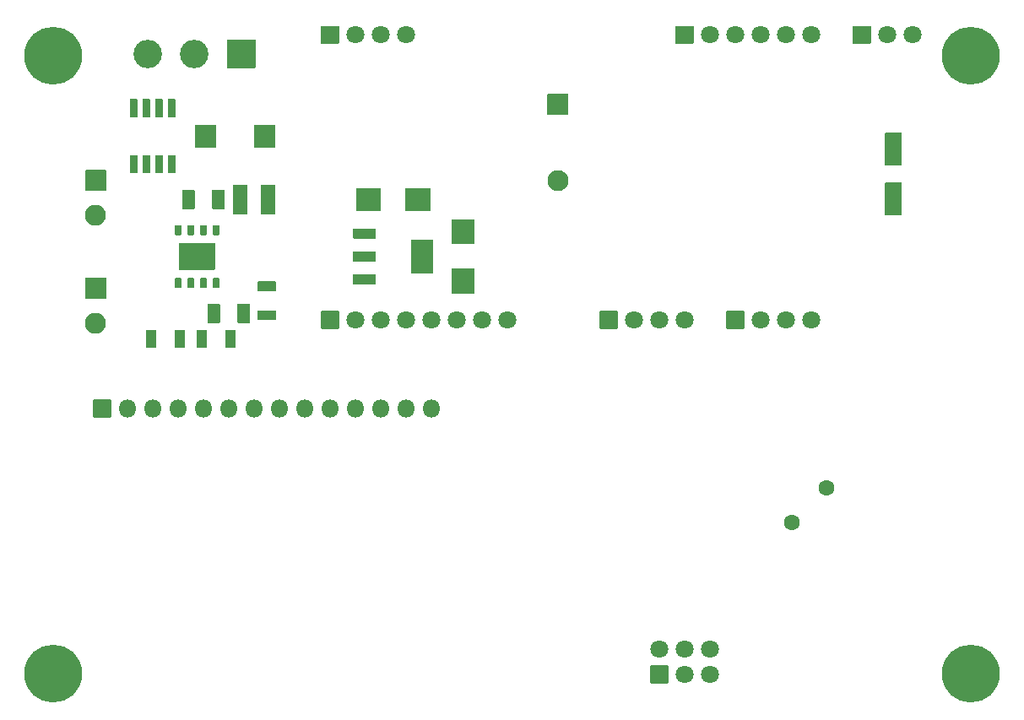
<source format=gbs>
G04 #@! TF.GenerationSoftware,KiCad,Pcbnew,(5.1.10)-1*
G04 #@! TF.CreationDate,2021-07-15T20:03:02+02:00*
G04 #@! TF.ProjectId,wobbly,776f6262-6c79-42e6-9b69-6361645f7063,v1.0*
G04 #@! TF.SameCoordinates,Original*
G04 #@! TF.FileFunction,Soldermask,Bot*
G04 #@! TF.FilePolarity,Negative*
%FSLAX46Y46*%
G04 Gerber Fmt 4.6, Leading zero omitted, Abs format (unit mm)*
G04 Created by KiCad (PCBNEW (5.1.10)-1) date 2021-07-15 20:03:02*
%MOMM*%
%LPD*%
G01*
G04 APERTURE LIST*
%ADD10O,1.801600X1.801600*%
%ADD11C,5.801600*%
%ADD12C,2.101600*%
%ADD13C,1.601600*%
%ADD14O,2.851600X2.851600*%
%ADD15C,1.801600*%
%ADD16O,2.101600X2.101600*%
G04 APERTURE END LIST*
G04 #@! TO.C,U2*
G36*
G01*
X67475000Y-51205800D02*
X65325000Y-51205800D01*
G75*
G02*
X65274200Y-51155000I0J50800D01*
G01*
X65274200Y-47905000D01*
G75*
G02*
X65325000Y-47854200I50800J0D01*
G01*
X67475000Y-47854200D01*
G75*
G02*
X67525800Y-47905000I0J-50800D01*
G01*
X67525800Y-51155000D01*
G75*
G02*
X67475000Y-51205800I-50800J0D01*
G01*
G37*
G36*
G01*
X61675000Y-47755800D02*
X59525000Y-47755800D01*
G75*
G02*
X59474200Y-47705000I0J50800D01*
G01*
X59474200Y-46755000D01*
G75*
G02*
X59525000Y-46704200I50800J0D01*
G01*
X61675000Y-46704200D01*
G75*
G02*
X61725800Y-46755000I0J-50800D01*
G01*
X61725800Y-47705000D01*
G75*
G02*
X61675000Y-47755800I-50800J0D01*
G01*
G37*
G36*
G01*
X61675000Y-50055800D02*
X59525000Y-50055800D01*
G75*
G02*
X59474200Y-50005000I0J50800D01*
G01*
X59474200Y-49055000D01*
G75*
G02*
X59525000Y-49004200I50800J0D01*
G01*
X61675000Y-49004200D01*
G75*
G02*
X61725800Y-49055000I0J-50800D01*
G01*
X61725800Y-50005000D01*
G75*
G02*
X61675000Y-50055800I-50800J0D01*
G01*
G37*
G36*
G01*
X61675000Y-52355800D02*
X59525000Y-52355800D01*
G75*
G02*
X59474200Y-52305000I0J50800D01*
G01*
X59474200Y-51355000D01*
G75*
G02*
X59525000Y-51304200I50800J0D01*
G01*
X61675000Y-51304200D01*
G75*
G02*
X61725800Y-51355000I0J-50800D01*
G01*
X61725800Y-52305000D01*
G75*
G02*
X61675000Y-52355800I-50800J0D01*
G01*
G37*
G04 #@! TD*
D10*
G04 #@! TO.C,J10*
X67310000Y-64770000D03*
X64770000Y-64770000D03*
X62230000Y-64770000D03*
X59690000Y-64770000D03*
X57150000Y-64770000D03*
X54610000Y-64770000D03*
X52070000Y-64770000D03*
X49530000Y-64770000D03*
X46990000Y-64770000D03*
X44450000Y-64770000D03*
X41910000Y-64770000D03*
X39370000Y-64770000D03*
X36830000Y-64770000D03*
G36*
G01*
X35140000Y-65670800D02*
X33440000Y-65670800D01*
G75*
G02*
X33389200Y-65620000I0J50800D01*
G01*
X33389200Y-63920000D01*
G75*
G02*
X33440000Y-63869200I50800J0D01*
G01*
X35140000Y-63869200D01*
G75*
G02*
X35190800Y-63920000I0J-50800D01*
G01*
X35190800Y-65620000D01*
G75*
G02*
X35140000Y-65670800I-50800J0D01*
G01*
G37*
G04 #@! TD*
D11*
G04 #@! TO.C,H4*
X29400000Y-91400000D03*
G04 #@! TD*
G04 #@! TO.C,H3*
X121400000Y-91400000D03*
G04 #@! TD*
G04 #@! TO.C,H2*
X121400000Y-29400000D03*
G04 #@! TD*
G04 #@! TO.C,H1*
X29400000Y-29400000D03*
G04 #@! TD*
G04 #@! TO.C,Q1*
G36*
G01*
X41600000Y-35590800D02*
X40950000Y-35590800D01*
G75*
G02*
X40899200Y-35540000I0J50800D01*
G01*
X40899200Y-33790000D01*
G75*
G02*
X40950000Y-33739200I50800J0D01*
G01*
X41600000Y-33739200D01*
G75*
G02*
X41650800Y-33790000I0J-50800D01*
G01*
X41650800Y-35540000D01*
G75*
G02*
X41600000Y-35590800I-50800J0D01*
G01*
G37*
G36*
G01*
X40330000Y-35590800D02*
X39680000Y-35590800D01*
G75*
G02*
X39629200Y-35540000I0J50800D01*
G01*
X39629200Y-33790000D01*
G75*
G02*
X39680000Y-33739200I50800J0D01*
G01*
X40330000Y-33739200D01*
G75*
G02*
X40380800Y-33790000I0J-50800D01*
G01*
X40380800Y-35540000D01*
G75*
G02*
X40330000Y-35590800I-50800J0D01*
G01*
G37*
G36*
G01*
X39060000Y-35590800D02*
X38410000Y-35590800D01*
G75*
G02*
X38359200Y-35540000I0J50800D01*
G01*
X38359200Y-33790000D01*
G75*
G02*
X38410000Y-33739200I50800J0D01*
G01*
X39060000Y-33739200D01*
G75*
G02*
X39110800Y-33790000I0J-50800D01*
G01*
X39110800Y-35540000D01*
G75*
G02*
X39060000Y-35590800I-50800J0D01*
G01*
G37*
G36*
G01*
X37790000Y-35590800D02*
X37140000Y-35590800D01*
G75*
G02*
X37089200Y-35540000I0J50800D01*
G01*
X37089200Y-33790000D01*
G75*
G02*
X37140000Y-33739200I50800J0D01*
G01*
X37790000Y-33739200D01*
G75*
G02*
X37840800Y-33790000I0J-50800D01*
G01*
X37840800Y-35540000D01*
G75*
G02*
X37790000Y-35590800I-50800J0D01*
G01*
G37*
G36*
G01*
X37790000Y-41190800D02*
X37140000Y-41190800D01*
G75*
G02*
X37089200Y-41140000I0J50800D01*
G01*
X37089200Y-39390000D01*
G75*
G02*
X37140000Y-39339200I50800J0D01*
G01*
X37790000Y-39339200D01*
G75*
G02*
X37840800Y-39390000I0J-50800D01*
G01*
X37840800Y-41140000D01*
G75*
G02*
X37790000Y-41190800I-50800J0D01*
G01*
G37*
G36*
G01*
X39060000Y-41190800D02*
X38410000Y-41190800D01*
G75*
G02*
X38359200Y-41140000I0J50800D01*
G01*
X38359200Y-39390000D01*
G75*
G02*
X38410000Y-39339200I50800J0D01*
G01*
X39060000Y-39339200D01*
G75*
G02*
X39110800Y-39390000I0J-50800D01*
G01*
X39110800Y-41140000D01*
G75*
G02*
X39060000Y-41190800I-50800J0D01*
G01*
G37*
G36*
G01*
X40330000Y-41190800D02*
X39680000Y-41190800D01*
G75*
G02*
X39629200Y-41140000I0J50800D01*
G01*
X39629200Y-39390000D01*
G75*
G02*
X39680000Y-39339200I50800J0D01*
G01*
X40330000Y-39339200D01*
G75*
G02*
X40380800Y-39390000I0J-50800D01*
G01*
X40380800Y-41140000D01*
G75*
G02*
X40330000Y-41190800I-50800J0D01*
G01*
G37*
G36*
G01*
X41600000Y-41190800D02*
X40950000Y-41190800D01*
G75*
G02*
X40899200Y-41140000I0J50800D01*
G01*
X40899200Y-39390000D01*
G75*
G02*
X40950000Y-39339200I50800J0D01*
G01*
X41600000Y-39339200D01*
G75*
G02*
X41650800Y-39390000I0J-50800D01*
G01*
X41650800Y-41140000D01*
G75*
G02*
X41600000Y-41190800I-50800J0D01*
G01*
G37*
G04 #@! TD*
D12*
G04 #@! TO.C,BZ1*
X80010000Y-41890000D03*
G36*
G01*
X79010000Y-33239200D02*
X81010000Y-33239200D01*
G75*
G02*
X81060800Y-33290000I0J-50800D01*
G01*
X81060800Y-35290000D01*
G75*
G02*
X81010000Y-35340800I-50800J0D01*
G01*
X79010000Y-35340800D01*
G75*
G02*
X78959200Y-35290000I0J50800D01*
G01*
X78959200Y-33290000D01*
G75*
G02*
X79010000Y-33239200I50800J0D01*
G01*
G37*
G04 #@! TD*
D13*
G04 #@! TO.C,Y1*
X106955681Y-72749319D03*
X103505000Y-76200000D03*
G04 #@! TD*
G04 #@! TO.C,U1*
G36*
G01*
X45565000Y-50880800D02*
X42065000Y-50880800D01*
G75*
G02*
X42014200Y-50830000I0J50800D01*
G01*
X42014200Y-48230000D01*
G75*
G02*
X42065000Y-48179200I50800J0D01*
G01*
X45565000Y-48179200D01*
G75*
G02*
X45615800Y-48230000I0J-50800D01*
G01*
X45615800Y-50830000D01*
G75*
G02*
X45565000Y-50880800I-50800J0D01*
G01*
G37*
G36*
G01*
X45975000Y-47380800D02*
X45465000Y-47380800D01*
G75*
G02*
X45414200Y-47330000I0J50800D01*
G01*
X45414200Y-46430000D01*
G75*
G02*
X45465000Y-46379200I50800J0D01*
G01*
X45975000Y-46379200D01*
G75*
G02*
X46025800Y-46430000I0J-50800D01*
G01*
X46025800Y-47330000D01*
G75*
G02*
X45975000Y-47380800I-50800J0D01*
G01*
G37*
G36*
G01*
X44705000Y-47380800D02*
X44195000Y-47380800D01*
G75*
G02*
X44144200Y-47330000I0J50800D01*
G01*
X44144200Y-46430000D01*
G75*
G02*
X44195000Y-46379200I50800J0D01*
G01*
X44705000Y-46379200D01*
G75*
G02*
X44755800Y-46430000I0J-50800D01*
G01*
X44755800Y-47330000D01*
G75*
G02*
X44705000Y-47380800I-50800J0D01*
G01*
G37*
G36*
G01*
X43435000Y-47380800D02*
X42925000Y-47380800D01*
G75*
G02*
X42874200Y-47330000I0J50800D01*
G01*
X42874200Y-46430000D01*
G75*
G02*
X42925000Y-46379200I50800J0D01*
G01*
X43435000Y-46379200D01*
G75*
G02*
X43485800Y-46430000I0J-50800D01*
G01*
X43485800Y-47330000D01*
G75*
G02*
X43435000Y-47380800I-50800J0D01*
G01*
G37*
G36*
G01*
X42165000Y-47380800D02*
X41655000Y-47380800D01*
G75*
G02*
X41604200Y-47330000I0J50800D01*
G01*
X41604200Y-46430000D01*
G75*
G02*
X41655000Y-46379200I50800J0D01*
G01*
X42165000Y-46379200D01*
G75*
G02*
X42215800Y-46430000I0J-50800D01*
G01*
X42215800Y-47330000D01*
G75*
G02*
X42165000Y-47380800I-50800J0D01*
G01*
G37*
G36*
G01*
X42165000Y-52680800D02*
X41655000Y-52680800D01*
G75*
G02*
X41604200Y-52630000I0J50800D01*
G01*
X41604200Y-51730000D01*
G75*
G02*
X41655000Y-51679200I50800J0D01*
G01*
X42165000Y-51679200D01*
G75*
G02*
X42215800Y-51730000I0J-50800D01*
G01*
X42215800Y-52630000D01*
G75*
G02*
X42165000Y-52680800I-50800J0D01*
G01*
G37*
G36*
G01*
X43435000Y-52680800D02*
X42925000Y-52680800D01*
G75*
G02*
X42874200Y-52630000I0J50800D01*
G01*
X42874200Y-51730000D01*
G75*
G02*
X42925000Y-51679200I50800J0D01*
G01*
X43435000Y-51679200D01*
G75*
G02*
X43485800Y-51730000I0J-50800D01*
G01*
X43485800Y-52630000D01*
G75*
G02*
X43435000Y-52680800I-50800J0D01*
G01*
G37*
G36*
G01*
X44705000Y-52680800D02*
X44195000Y-52680800D01*
G75*
G02*
X44144200Y-52630000I0J50800D01*
G01*
X44144200Y-51730000D01*
G75*
G02*
X44195000Y-51679200I50800J0D01*
G01*
X44705000Y-51679200D01*
G75*
G02*
X44755800Y-51730000I0J-50800D01*
G01*
X44755800Y-52630000D01*
G75*
G02*
X44705000Y-52680800I-50800J0D01*
G01*
G37*
G36*
G01*
X45975000Y-52680800D02*
X45465000Y-52680800D01*
G75*
G02*
X45414200Y-52630000I0J50800D01*
G01*
X45414200Y-51730000D01*
G75*
G02*
X45465000Y-51679200I50800J0D01*
G01*
X45975000Y-51679200D01*
G75*
G02*
X46025800Y-51730000I0J-50800D01*
G01*
X46025800Y-52630000D01*
G75*
G02*
X45975000Y-52680800I-50800J0D01*
G01*
G37*
G04 #@! TD*
D14*
G04 #@! TO.C,SW1*
X38860000Y-29210000D03*
X43560000Y-29210000D03*
G36*
G01*
X49635000Y-30635800D02*
X46885000Y-30635800D01*
G75*
G02*
X46834200Y-30585000I0J50800D01*
G01*
X46834200Y-27835000D01*
G75*
G02*
X46885000Y-27784200I50800J0D01*
G01*
X49635000Y-27784200D01*
G75*
G02*
X49685800Y-27835000I0J-50800D01*
G01*
X49685800Y-30585000D01*
G75*
G02*
X49635000Y-30635800I-50800J0D01*
G01*
G37*
G04 #@! TD*
G04 #@! TO.C,R5*
G36*
G01*
X39690800Y-56935000D02*
X39690800Y-58635000D01*
G75*
G02*
X39640000Y-58685800I-50800J0D01*
G01*
X38740000Y-58685800D01*
G75*
G02*
X38689200Y-58635000I0J50800D01*
G01*
X38689200Y-56935000D01*
G75*
G02*
X38740000Y-56884200I50800J0D01*
G01*
X39640000Y-56884200D01*
G75*
G02*
X39690800Y-56935000I0J-50800D01*
G01*
G37*
G36*
G01*
X42590800Y-56935000D02*
X42590800Y-58635000D01*
G75*
G02*
X42540000Y-58685800I-50800J0D01*
G01*
X41640000Y-58685800D01*
G75*
G02*
X41589200Y-58635000I0J50800D01*
G01*
X41589200Y-56935000D01*
G75*
G02*
X41640000Y-56884200I50800J0D01*
G01*
X42540000Y-56884200D01*
G75*
G02*
X42590800Y-56935000I0J-50800D01*
G01*
G37*
G04 #@! TD*
G04 #@! TO.C,R4*
G36*
G01*
X44770800Y-56935000D02*
X44770800Y-58635000D01*
G75*
G02*
X44720000Y-58685800I-50800J0D01*
G01*
X43820000Y-58685800D01*
G75*
G02*
X43769200Y-58635000I0J50800D01*
G01*
X43769200Y-56935000D01*
G75*
G02*
X43820000Y-56884200I50800J0D01*
G01*
X44720000Y-56884200D01*
G75*
G02*
X44770800Y-56935000I0J-50800D01*
G01*
G37*
G36*
G01*
X47670800Y-56935000D02*
X47670800Y-58635000D01*
G75*
G02*
X47620000Y-58685800I-50800J0D01*
G01*
X46720000Y-58685800D01*
G75*
G02*
X46669200Y-58635000I0J50800D01*
G01*
X46669200Y-56935000D01*
G75*
G02*
X46720000Y-56884200I50800J0D01*
G01*
X47620000Y-56884200D01*
G75*
G02*
X47670800Y-56935000I0J-50800D01*
G01*
G37*
G04 #@! TD*
G04 #@! TO.C,R3*
G36*
G01*
X49950000Y-52024200D02*
X51650000Y-52024200D01*
G75*
G02*
X51700800Y-52075000I0J-50800D01*
G01*
X51700800Y-52975000D01*
G75*
G02*
X51650000Y-53025800I-50800J0D01*
G01*
X49950000Y-53025800D01*
G75*
G02*
X49899200Y-52975000I0J50800D01*
G01*
X49899200Y-52075000D01*
G75*
G02*
X49950000Y-52024200I50800J0D01*
G01*
G37*
G36*
G01*
X49950000Y-54924200D02*
X51650000Y-54924200D01*
G75*
G02*
X51700800Y-54975000I0J-50800D01*
G01*
X51700800Y-55875000D01*
G75*
G02*
X51650000Y-55925800I-50800J0D01*
G01*
X49950000Y-55925800D01*
G75*
G02*
X49899200Y-55875000I0J50800D01*
G01*
X49899200Y-54975000D01*
G75*
G02*
X49950000Y-54924200I50800J0D01*
G01*
G37*
G04 #@! TD*
G04 #@! TO.C,L1*
G36*
G01*
X49524200Y-38565000D02*
X49524200Y-36365000D01*
G75*
G02*
X49575000Y-36314200I50800J0D01*
G01*
X51575000Y-36314200D01*
G75*
G02*
X51625800Y-36365000I0J-50800D01*
G01*
X51625800Y-38565000D01*
G75*
G02*
X51575000Y-38615800I-50800J0D01*
G01*
X49575000Y-38615800D01*
G75*
G02*
X49524200Y-38565000I0J50800D01*
G01*
G37*
G36*
G01*
X43624200Y-38565000D02*
X43624200Y-36365000D01*
G75*
G02*
X43675000Y-36314200I50800J0D01*
G01*
X45675000Y-36314200D01*
G75*
G02*
X45725800Y-36365000I0J-50800D01*
G01*
X45725800Y-38565000D01*
G75*
G02*
X45675000Y-38615800I-50800J0D01*
G01*
X43675000Y-38615800D01*
G75*
G02*
X43624200Y-38565000I0J50800D01*
G01*
G37*
G04 #@! TD*
D15*
G04 #@! TO.C,J9*
X105410000Y-55880000D03*
X102870000Y-55880000D03*
X100330000Y-55880000D03*
G36*
G01*
X96940000Y-54979200D02*
X98640000Y-54979200D01*
G75*
G02*
X98690800Y-55030000I0J-50800D01*
G01*
X98690800Y-56730000D01*
G75*
G02*
X98640000Y-56780800I-50800J0D01*
G01*
X96940000Y-56780800D01*
G75*
G02*
X96889200Y-56730000I0J50800D01*
G01*
X96889200Y-55030000D01*
G75*
G02*
X96940000Y-54979200I50800J0D01*
G01*
G37*
G04 #@! TD*
G04 #@! TO.C,J8*
X92710000Y-55880000D03*
X90170000Y-55880000D03*
X87630000Y-55880000D03*
G36*
G01*
X84240000Y-54979200D02*
X85940000Y-54979200D01*
G75*
G02*
X85990800Y-55030000I0J-50800D01*
G01*
X85990800Y-56730000D01*
G75*
G02*
X85940000Y-56780800I-50800J0D01*
G01*
X84240000Y-56780800D01*
G75*
G02*
X84189200Y-56730000I0J50800D01*
G01*
X84189200Y-55030000D01*
G75*
G02*
X84240000Y-54979200I50800J0D01*
G01*
G37*
G04 #@! TD*
G04 #@! TO.C,J7*
X74930000Y-55880000D03*
X72390000Y-55880000D03*
X69850000Y-55880000D03*
X67310000Y-55880000D03*
X64770000Y-55880000D03*
X62230000Y-55880000D03*
X59690000Y-55880000D03*
G36*
G01*
X56300000Y-54979200D02*
X58000000Y-54979200D01*
G75*
G02*
X58050800Y-55030000I0J-50800D01*
G01*
X58050800Y-56730000D01*
G75*
G02*
X58000000Y-56780800I-50800J0D01*
G01*
X56300000Y-56780800D01*
G75*
G02*
X56249200Y-56730000I0J50800D01*
G01*
X56249200Y-55030000D01*
G75*
G02*
X56300000Y-54979200I50800J0D01*
G01*
G37*
G04 #@! TD*
G04 #@! TO.C,J6*
X64770000Y-27305000D03*
X62230000Y-27305000D03*
X59690000Y-27305000D03*
G36*
G01*
X56300000Y-26404200D02*
X58000000Y-26404200D01*
G75*
G02*
X58050800Y-26455000I0J-50800D01*
G01*
X58050800Y-28155000D01*
G75*
G02*
X58000000Y-28205800I-50800J0D01*
G01*
X56300000Y-28205800D01*
G75*
G02*
X56249200Y-28155000I0J50800D01*
G01*
X56249200Y-26455000D01*
G75*
G02*
X56300000Y-26404200I50800J0D01*
G01*
G37*
G04 #@! TD*
G04 #@! TO.C,J5*
X115570000Y-27305000D03*
X113030000Y-27305000D03*
G36*
G01*
X109640000Y-26404200D02*
X111340000Y-26404200D01*
G75*
G02*
X111390800Y-26455000I0J-50800D01*
G01*
X111390800Y-28155000D01*
G75*
G02*
X111340000Y-28205800I-50800J0D01*
G01*
X109640000Y-28205800D01*
G75*
G02*
X109589200Y-28155000I0J50800D01*
G01*
X109589200Y-26455000D01*
G75*
G02*
X109640000Y-26404200I50800J0D01*
G01*
G37*
G04 #@! TD*
G04 #@! TO.C,J4*
X105410000Y-27305000D03*
X102870000Y-27305000D03*
X100330000Y-27305000D03*
X97790000Y-27305000D03*
X95250000Y-27305000D03*
G36*
G01*
X91860000Y-26404200D02*
X93560000Y-26404200D01*
G75*
G02*
X93610800Y-26455000I0J-50800D01*
G01*
X93610800Y-28155000D01*
G75*
G02*
X93560000Y-28205800I-50800J0D01*
G01*
X91860000Y-28205800D01*
G75*
G02*
X91809200Y-28155000I0J50800D01*
G01*
X91809200Y-26455000D01*
G75*
G02*
X91860000Y-26404200I50800J0D01*
G01*
G37*
G04 #@! TD*
G04 #@! TO.C,J3*
X95250000Y-88900000D03*
X95250000Y-91440000D03*
X92710000Y-88900000D03*
X92710000Y-91440000D03*
X90170000Y-88900000D03*
G36*
G01*
X91020000Y-92340800D02*
X89320000Y-92340800D01*
G75*
G02*
X89269200Y-92290000I0J50800D01*
G01*
X89269200Y-90590000D01*
G75*
G02*
X89320000Y-90539200I50800J0D01*
G01*
X91020000Y-90539200D01*
G75*
G02*
X91070800Y-90590000I0J-50800D01*
G01*
X91070800Y-92290000D01*
G75*
G02*
X91020000Y-92340800I-50800J0D01*
G01*
G37*
G04 #@! TD*
D16*
G04 #@! TO.C,J2*
X33655000Y-56205000D03*
G36*
G01*
X32655000Y-51654200D02*
X34655000Y-51654200D01*
G75*
G02*
X34705800Y-51705000I0J-50800D01*
G01*
X34705800Y-53705000D01*
G75*
G02*
X34655000Y-53755800I-50800J0D01*
G01*
X32655000Y-53755800D01*
G75*
G02*
X32604200Y-53705000I0J50800D01*
G01*
X32604200Y-51705000D01*
G75*
G02*
X32655000Y-51654200I50800J0D01*
G01*
G37*
G04 #@! TD*
G04 #@! TO.C,J1*
X33655000Y-45410000D03*
G36*
G01*
X32655000Y-40859200D02*
X34655000Y-40859200D01*
G75*
G02*
X34705800Y-40910000I0J-50800D01*
G01*
X34705800Y-42910000D01*
G75*
G02*
X34655000Y-42960800I-50800J0D01*
G01*
X32655000Y-42960800D01*
G75*
G02*
X32604200Y-42910000I0J50800D01*
G01*
X32604200Y-40910000D01*
G75*
G02*
X32655000Y-40859200I50800J0D01*
G01*
G37*
G04 #@! TD*
G04 #@! TO.C,C14*
G36*
G01*
X114465000Y-40425800D02*
X112865000Y-40425800D01*
G75*
G02*
X112814200Y-40375000I0J50800D01*
G01*
X112814200Y-37175000D01*
G75*
G02*
X112865000Y-37124200I50800J0D01*
G01*
X114465000Y-37124200D01*
G75*
G02*
X114515800Y-37175000I0J-50800D01*
G01*
X114515800Y-40375000D01*
G75*
G02*
X114465000Y-40425800I-50800J0D01*
G01*
G37*
G36*
G01*
X114465000Y-45425800D02*
X112865000Y-45425800D01*
G75*
G02*
X112814200Y-45375000I0J50800D01*
G01*
X112814200Y-42175000D01*
G75*
G02*
X112865000Y-42124200I50800J0D01*
G01*
X114465000Y-42124200D01*
G75*
G02*
X114515800Y-42175000I0J-50800D01*
G01*
X114515800Y-45375000D01*
G75*
G02*
X114465000Y-45425800I-50800J0D01*
G01*
G37*
G04 #@! TD*
G04 #@! TO.C,C5*
G36*
G01*
X69370000Y-50764200D02*
X71600000Y-50764200D01*
G75*
G02*
X71650800Y-50815000I0J-50800D01*
G01*
X71650800Y-53185000D01*
G75*
G02*
X71600000Y-53235800I-50800J0D01*
G01*
X69370000Y-53235800D01*
G75*
G02*
X69319200Y-53185000I0J50800D01*
G01*
X69319200Y-50815000D01*
G75*
G02*
X69370000Y-50764200I50800J0D01*
G01*
G37*
G36*
G01*
X69370000Y-45824200D02*
X71600000Y-45824200D01*
G75*
G02*
X71650800Y-45875000I0J-50800D01*
G01*
X71650800Y-48245000D01*
G75*
G02*
X71600000Y-48295800I-50800J0D01*
G01*
X69370000Y-48295800D01*
G75*
G02*
X69319200Y-48245000I0J50800D01*
G01*
X69319200Y-45875000D01*
G75*
G02*
X69370000Y-45824200I50800J0D01*
G01*
G37*
G04 #@! TD*
G04 #@! TO.C,C4*
G36*
G01*
X64734200Y-44930000D02*
X64734200Y-42700000D01*
G75*
G02*
X64785000Y-42649200I50800J0D01*
G01*
X67155000Y-42649200D01*
G75*
G02*
X67205800Y-42700000I0J-50800D01*
G01*
X67205800Y-44930000D01*
G75*
G02*
X67155000Y-44980800I-50800J0D01*
G01*
X64785000Y-44980800D01*
G75*
G02*
X64734200Y-44930000I0J50800D01*
G01*
G37*
G36*
G01*
X59794200Y-44930000D02*
X59794200Y-42700000D01*
G75*
G02*
X59845000Y-42649200I50800J0D01*
G01*
X62215000Y-42649200D01*
G75*
G02*
X62265800Y-42700000I0J-50800D01*
G01*
X62265800Y-44930000D01*
G75*
G02*
X62215000Y-44980800I-50800J0D01*
G01*
X59845000Y-44980800D01*
G75*
G02*
X59794200Y-44930000I0J50800D01*
G01*
G37*
G04 #@! TD*
G04 #@! TO.C,C3*
G36*
G01*
X48880800Y-42415000D02*
X48880800Y-45215000D01*
G75*
G02*
X48830000Y-45265800I-50800J0D01*
G01*
X47430000Y-45265800D01*
G75*
G02*
X47379200Y-45215000I0J50800D01*
G01*
X47379200Y-42415000D01*
G75*
G02*
X47430000Y-42364200I50800J0D01*
G01*
X48830000Y-42364200D01*
G75*
G02*
X48880800Y-42415000I0J-50800D01*
G01*
G37*
G36*
G01*
X51680800Y-42415000D02*
X51680800Y-45215000D01*
G75*
G02*
X51630000Y-45265800I-50800J0D01*
G01*
X50230000Y-45265800D01*
G75*
G02*
X50179200Y-45215000I0J50800D01*
G01*
X50179200Y-42415000D01*
G75*
G02*
X50230000Y-42364200I50800J0D01*
G01*
X51630000Y-42364200D01*
G75*
G02*
X51680800Y-42415000I0J-50800D01*
G01*
G37*
G04 #@! TD*
G04 #@! TO.C,C2*
G36*
G01*
X47864200Y-56145000D02*
X47864200Y-54345000D01*
G75*
G02*
X47915000Y-54294200I50800J0D01*
G01*
X49065000Y-54294200D01*
G75*
G02*
X49115800Y-54345000I0J-50800D01*
G01*
X49115800Y-56145000D01*
G75*
G02*
X49065000Y-56195800I-50800J0D01*
G01*
X47915000Y-56195800D01*
G75*
G02*
X47864200Y-56145000I0J50800D01*
G01*
G37*
G36*
G01*
X44864200Y-56145000D02*
X44864200Y-54345000D01*
G75*
G02*
X44915000Y-54294200I50800J0D01*
G01*
X46065000Y-54294200D01*
G75*
G02*
X46115800Y-54345000I0J-50800D01*
G01*
X46115800Y-56145000D01*
G75*
G02*
X46065000Y-56195800I-50800J0D01*
G01*
X44915000Y-56195800D01*
G75*
G02*
X44864200Y-56145000I0J50800D01*
G01*
G37*
G04 #@! TD*
G04 #@! TO.C,C1*
G36*
G01*
X45324200Y-44715000D02*
X45324200Y-42915000D01*
G75*
G02*
X45375000Y-42864200I50800J0D01*
G01*
X46525000Y-42864200D01*
G75*
G02*
X46575800Y-42915000I0J-50800D01*
G01*
X46575800Y-44715000D01*
G75*
G02*
X46525000Y-44765800I-50800J0D01*
G01*
X45375000Y-44765800D01*
G75*
G02*
X45324200Y-44715000I0J50800D01*
G01*
G37*
G36*
G01*
X42324200Y-44715000D02*
X42324200Y-42915000D01*
G75*
G02*
X42375000Y-42864200I50800J0D01*
G01*
X43525000Y-42864200D01*
G75*
G02*
X43575800Y-42915000I0J-50800D01*
G01*
X43575800Y-44715000D01*
G75*
G02*
X43525000Y-44765800I-50800J0D01*
G01*
X42375000Y-44765800D01*
G75*
G02*
X42324200Y-44715000I0J50800D01*
G01*
G37*
G04 #@! TD*
M02*

</source>
